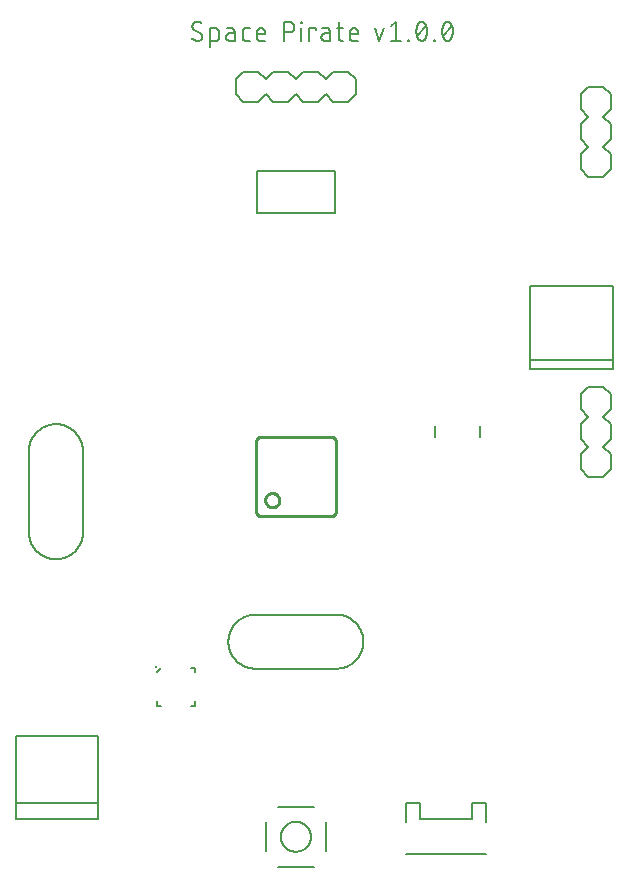
<source format=gto>
G04 EAGLE Gerber RS-274X export*
G75*
%MOMM*%
%FSLAX34Y34*%
%LPD*%
%INTop Silkscreen*%
%IPPOS*%
%AMOC8*
5,1,8,0,0,1.08239X$1,22.5*%
G01*
%ADD10C,0.152400*%
%ADD11C,0.127000*%
%ADD12C,0.254000*%
%ADD13C,0.203200*%
%ADD14C,0.304800*%


D10*
X399881Y762762D02*
X399999Y762764D01*
X400117Y762770D01*
X400235Y762779D01*
X400352Y762793D01*
X400469Y762810D01*
X400586Y762831D01*
X400701Y762856D01*
X400816Y762885D01*
X400930Y762918D01*
X401042Y762954D01*
X401153Y762994D01*
X401263Y763037D01*
X401372Y763084D01*
X401479Y763134D01*
X401584Y763189D01*
X401687Y763246D01*
X401788Y763307D01*
X401888Y763371D01*
X401985Y763438D01*
X402080Y763508D01*
X402172Y763582D01*
X402263Y763658D01*
X402350Y763738D01*
X402435Y763820D01*
X402517Y763905D01*
X402597Y763992D01*
X402673Y764083D01*
X402747Y764175D01*
X402817Y764270D01*
X402884Y764367D01*
X402948Y764467D01*
X403009Y764568D01*
X403066Y764671D01*
X403121Y764776D01*
X403171Y764883D01*
X403218Y764992D01*
X403261Y765102D01*
X403301Y765213D01*
X403337Y765325D01*
X403370Y765439D01*
X403399Y765554D01*
X403424Y765669D01*
X403445Y765786D01*
X403462Y765903D01*
X403476Y766020D01*
X403485Y766138D01*
X403491Y766256D01*
X403493Y766374D01*
X399881Y762762D02*
X399698Y762764D01*
X399516Y762771D01*
X399334Y762782D01*
X399152Y762797D01*
X398970Y762817D01*
X398789Y762840D01*
X398609Y762869D01*
X398429Y762901D01*
X398250Y762938D01*
X398073Y762979D01*
X397896Y763025D01*
X397720Y763074D01*
X397546Y763128D01*
X397372Y763186D01*
X397201Y763248D01*
X397031Y763314D01*
X396862Y763385D01*
X396695Y763459D01*
X396530Y763537D01*
X396367Y763619D01*
X396206Y763705D01*
X396047Y763795D01*
X395890Y763889D01*
X395736Y763986D01*
X395584Y764087D01*
X395434Y764192D01*
X395287Y764300D01*
X395143Y764411D01*
X395001Y764526D01*
X394862Y764645D01*
X394726Y764767D01*
X394593Y764892D01*
X394463Y765020D01*
X394914Y775406D02*
X394916Y775524D01*
X394922Y775642D01*
X394931Y775760D01*
X394945Y775877D01*
X394962Y775994D01*
X394983Y776111D01*
X395008Y776226D01*
X395037Y776341D01*
X395070Y776455D01*
X395106Y776567D01*
X395146Y776678D01*
X395189Y776788D01*
X395236Y776897D01*
X395286Y777004D01*
X395341Y777109D01*
X395398Y777212D01*
X395459Y777313D01*
X395523Y777413D01*
X395590Y777510D01*
X395660Y777605D01*
X395734Y777697D01*
X395810Y777788D01*
X395890Y777875D01*
X395972Y777960D01*
X396057Y778042D01*
X396144Y778122D01*
X396235Y778198D01*
X396327Y778272D01*
X396422Y778342D01*
X396519Y778409D01*
X396619Y778473D01*
X396720Y778534D01*
X396823Y778592D01*
X396928Y778646D01*
X397035Y778696D01*
X397144Y778743D01*
X397254Y778787D01*
X397365Y778826D01*
X397478Y778862D01*
X397591Y778895D01*
X397706Y778924D01*
X397821Y778949D01*
X397938Y778970D01*
X398055Y778987D01*
X398172Y779001D01*
X398290Y779010D01*
X398408Y779016D01*
X398526Y779018D01*
X398687Y779016D01*
X398849Y779010D01*
X399010Y779001D01*
X399171Y778987D01*
X399331Y778970D01*
X399491Y778949D01*
X399651Y778924D01*
X399810Y778895D01*
X399968Y778863D01*
X400125Y778827D01*
X400281Y778787D01*
X400437Y778743D01*
X400591Y778695D01*
X400744Y778644D01*
X400896Y778590D01*
X401047Y778531D01*
X401196Y778470D01*
X401343Y778404D01*
X401489Y778335D01*
X401634Y778263D01*
X401776Y778187D01*
X401917Y778108D01*
X402056Y778026D01*
X402192Y777940D01*
X402327Y777851D01*
X402460Y777759D01*
X402590Y777663D01*
X396719Y772245D02*
X396618Y772307D01*
X396518Y772372D01*
X396421Y772441D01*
X396326Y772513D01*
X396233Y772587D01*
X396143Y772665D01*
X396055Y772746D01*
X395970Y772829D01*
X395888Y772915D01*
X395809Y773004D01*
X395732Y773095D01*
X395659Y773189D01*
X395588Y773285D01*
X395521Y773383D01*
X395457Y773483D01*
X395396Y773586D01*
X395339Y773690D01*
X395285Y773796D01*
X395235Y773904D01*
X395188Y774013D01*
X395144Y774124D01*
X395104Y774236D01*
X395068Y774350D01*
X395036Y774464D01*
X395007Y774580D01*
X394982Y774696D01*
X394961Y774813D01*
X394944Y774931D01*
X394930Y775049D01*
X394921Y775168D01*
X394915Y775287D01*
X394913Y775406D01*
X401687Y769535D02*
X401788Y769473D01*
X401888Y769408D01*
X401985Y769339D01*
X402080Y769267D01*
X402173Y769193D01*
X402263Y769115D01*
X402351Y769034D01*
X402436Y768951D01*
X402518Y768865D01*
X402597Y768776D01*
X402674Y768685D01*
X402747Y768591D01*
X402818Y768495D01*
X402885Y768397D01*
X402949Y768297D01*
X403010Y768194D01*
X403067Y768090D01*
X403121Y767984D01*
X403171Y767876D01*
X403218Y767767D01*
X403262Y767656D01*
X403302Y767544D01*
X403338Y767430D01*
X403370Y767316D01*
X403399Y767200D01*
X403424Y767084D01*
X403445Y766967D01*
X403462Y766849D01*
X403476Y766731D01*
X403485Y766612D01*
X403491Y766493D01*
X403493Y766374D01*
X401687Y769535D02*
X396720Y772245D01*
X410028Y773599D02*
X410028Y757343D01*
X410028Y773599D02*
X414543Y773599D01*
X414647Y773597D01*
X414750Y773591D01*
X414854Y773581D01*
X414957Y773567D01*
X415059Y773549D01*
X415160Y773528D01*
X415261Y773502D01*
X415360Y773473D01*
X415459Y773440D01*
X415556Y773403D01*
X415651Y773362D01*
X415745Y773318D01*
X415837Y773270D01*
X415927Y773219D01*
X416016Y773164D01*
X416102Y773106D01*
X416185Y773044D01*
X416267Y772980D01*
X416345Y772912D01*
X416421Y772842D01*
X416495Y772769D01*
X416565Y772692D01*
X416633Y772614D01*
X416697Y772532D01*
X416759Y772449D01*
X416817Y772363D01*
X416872Y772274D01*
X416923Y772184D01*
X416971Y772092D01*
X417015Y771998D01*
X417056Y771903D01*
X417093Y771806D01*
X417126Y771707D01*
X417155Y771608D01*
X417181Y771507D01*
X417202Y771406D01*
X417220Y771304D01*
X417234Y771201D01*
X417244Y771097D01*
X417250Y770994D01*
X417252Y770890D01*
X417252Y765471D01*
X417250Y765370D01*
X417244Y765269D01*
X417235Y765168D01*
X417222Y765067D01*
X417205Y764967D01*
X417184Y764868D01*
X417160Y764770D01*
X417132Y764673D01*
X417100Y764576D01*
X417065Y764481D01*
X417026Y764388D01*
X416984Y764296D01*
X416938Y764205D01*
X416889Y764117D01*
X416837Y764030D01*
X416781Y763945D01*
X416723Y763862D01*
X416661Y763782D01*
X416596Y763704D01*
X416529Y763628D01*
X416459Y763555D01*
X416386Y763485D01*
X416310Y763418D01*
X416232Y763353D01*
X416152Y763291D01*
X416069Y763233D01*
X415984Y763177D01*
X415898Y763125D01*
X415809Y763076D01*
X415718Y763030D01*
X415626Y762988D01*
X415533Y762949D01*
X415438Y762914D01*
X415341Y762882D01*
X415244Y762854D01*
X415146Y762830D01*
X415047Y762809D01*
X414947Y762792D01*
X414846Y762779D01*
X414745Y762770D01*
X414644Y762764D01*
X414543Y762762D01*
X410028Y762762D01*
X426589Y769084D02*
X430653Y769084D01*
X426589Y769084D02*
X426477Y769082D01*
X426366Y769076D01*
X426255Y769066D01*
X426144Y769053D01*
X426034Y769035D01*
X425925Y769013D01*
X425816Y768988D01*
X425708Y768959D01*
X425602Y768926D01*
X425496Y768889D01*
X425392Y768849D01*
X425290Y768805D01*
X425189Y768757D01*
X425090Y768706D01*
X424992Y768651D01*
X424897Y768593D01*
X424804Y768532D01*
X424713Y768467D01*
X424624Y768399D01*
X424538Y768328D01*
X424455Y768255D01*
X424374Y768178D01*
X424295Y768098D01*
X424220Y768016D01*
X424148Y767931D01*
X424078Y767844D01*
X424012Y767754D01*
X423949Y767662D01*
X423889Y767567D01*
X423833Y767471D01*
X423780Y767373D01*
X423731Y767273D01*
X423685Y767171D01*
X423643Y767068D01*
X423604Y766963D01*
X423569Y766857D01*
X423538Y766750D01*
X423511Y766642D01*
X423487Y766533D01*
X423468Y766423D01*
X423452Y766313D01*
X423440Y766202D01*
X423432Y766090D01*
X423428Y765979D01*
X423428Y765867D01*
X423432Y765756D01*
X423440Y765644D01*
X423452Y765533D01*
X423468Y765423D01*
X423487Y765313D01*
X423511Y765204D01*
X423538Y765096D01*
X423569Y764989D01*
X423604Y764883D01*
X423643Y764778D01*
X423685Y764675D01*
X423731Y764573D01*
X423780Y764473D01*
X423833Y764375D01*
X423889Y764279D01*
X423949Y764184D01*
X424012Y764092D01*
X424078Y764002D01*
X424148Y763915D01*
X424220Y763830D01*
X424295Y763748D01*
X424374Y763668D01*
X424455Y763591D01*
X424538Y763518D01*
X424624Y763447D01*
X424713Y763379D01*
X424804Y763314D01*
X424897Y763253D01*
X424992Y763195D01*
X425090Y763140D01*
X425189Y763089D01*
X425290Y763041D01*
X425392Y762997D01*
X425496Y762957D01*
X425602Y762920D01*
X425708Y762887D01*
X425816Y762858D01*
X425925Y762833D01*
X426034Y762811D01*
X426144Y762793D01*
X426255Y762780D01*
X426366Y762770D01*
X426477Y762764D01*
X426589Y762762D01*
X430653Y762762D01*
X430653Y770890D01*
X430651Y770991D01*
X430645Y771092D01*
X430636Y771193D01*
X430623Y771294D01*
X430606Y771394D01*
X430585Y771493D01*
X430561Y771591D01*
X430533Y771688D01*
X430501Y771785D01*
X430466Y771880D01*
X430427Y771973D01*
X430385Y772065D01*
X430339Y772156D01*
X430290Y772245D01*
X430238Y772331D01*
X430182Y772416D01*
X430124Y772499D01*
X430062Y772579D01*
X429997Y772657D01*
X429930Y772733D01*
X429860Y772806D01*
X429787Y772876D01*
X429711Y772943D01*
X429633Y773008D01*
X429553Y773070D01*
X429470Y773128D01*
X429385Y773184D01*
X429299Y773236D01*
X429210Y773285D01*
X429119Y773331D01*
X429027Y773373D01*
X428934Y773412D01*
X428839Y773447D01*
X428742Y773479D01*
X428645Y773507D01*
X428547Y773531D01*
X428448Y773552D01*
X428348Y773569D01*
X428247Y773582D01*
X428146Y773591D01*
X428045Y773597D01*
X427944Y773599D01*
X424331Y773599D01*
X440296Y762762D02*
X443909Y762762D01*
X440296Y762762D02*
X440195Y762764D01*
X440094Y762770D01*
X439993Y762779D01*
X439892Y762792D01*
X439792Y762809D01*
X439693Y762830D01*
X439595Y762854D01*
X439498Y762882D01*
X439401Y762914D01*
X439306Y762949D01*
X439213Y762988D01*
X439121Y763030D01*
X439030Y763076D01*
X438942Y763125D01*
X438855Y763177D01*
X438770Y763233D01*
X438687Y763291D01*
X438607Y763353D01*
X438529Y763418D01*
X438453Y763485D01*
X438380Y763555D01*
X438310Y763628D01*
X438243Y763704D01*
X438178Y763782D01*
X438116Y763862D01*
X438058Y763945D01*
X438002Y764030D01*
X437950Y764117D01*
X437901Y764205D01*
X437855Y764296D01*
X437813Y764388D01*
X437774Y764481D01*
X437739Y764576D01*
X437707Y764673D01*
X437679Y764770D01*
X437655Y764868D01*
X437634Y764967D01*
X437617Y765067D01*
X437604Y765168D01*
X437595Y765269D01*
X437589Y765370D01*
X437587Y765471D01*
X437587Y770890D01*
X437589Y770991D01*
X437595Y771092D01*
X437604Y771193D01*
X437617Y771294D01*
X437634Y771394D01*
X437655Y771493D01*
X437679Y771591D01*
X437707Y771688D01*
X437739Y771785D01*
X437774Y771880D01*
X437813Y771973D01*
X437855Y772065D01*
X437901Y772156D01*
X437950Y772245D01*
X438002Y772331D01*
X438058Y772416D01*
X438116Y772499D01*
X438178Y772579D01*
X438243Y772657D01*
X438310Y772733D01*
X438380Y772806D01*
X438453Y772876D01*
X438529Y772943D01*
X438607Y773008D01*
X438687Y773070D01*
X438770Y773128D01*
X438855Y773184D01*
X438942Y773236D01*
X439030Y773285D01*
X439121Y773331D01*
X439213Y773373D01*
X439306Y773412D01*
X439401Y773447D01*
X439498Y773479D01*
X439595Y773507D01*
X439693Y773531D01*
X439792Y773552D01*
X439892Y773569D01*
X439993Y773582D01*
X440094Y773591D01*
X440195Y773597D01*
X440296Y773599D01*
X443909Y773599D01*
X452263Y762762D02*
X456778Y762762D01*
X452263Y762762D02*
X452162Y762764D01*
X452061Y762770D01*
X451960Y762779D01*
X451859Y762792D01*
X451759Y762809D01*
X451660Y762830D01*
X451562Y762854D01*
X451465Y762882D01*
X451368Y762914D01*
X451273Y762949D01*
X451180Y762988D01*
X451088Y763030D01*
X450997Y763076D01*
X450909Y763125D01*
X450822Y763177D01*
X450737Y763233D01*
X450654Y763291D01*
X450574Y763353D01*
X450496Y763418D01*
X450420Y763485D01*
X450347Y763555D01*
X450277Y763628D01*
X450210Y763704D01*
X450145Y763782D01*
X450083Y763862D01*
X450025Y763945D01*
X449969Y764030D01*
X449917Y764117D01*
X449868Y764205D01*
X449822Y764296D01*
X449780Y764388D01*
X449741Y764481D01*
X449706Y764576D01*
X449674Y764673D01*
X449646Y764770D01*
X449622Y764868D01*
X449601Y764967D01*
X449584Y765067D01*
X449571Y765168D01*
X449562Y765269D01*
X449556Y765370D01*
X449554Y765471D01*
X449553Y765471D02*
X449553Y769987D01*
X449554Y769987D02*
X449556Y770106D01*
X449562Y770226D01*
X449572Y770345D01*
X449586Y770463D01*
X449603Y770582D01*
X449625Y770699D01*
X449650Y770816D01*
X449680Y770931D01*
X449713Y771046D01*
X449750Y771160D01*
X449790Y771272D01*
X449835Y771383D01*
X449883Y771492D01*
X449934Y771600D01*
X449989Y771706D01*
X450048Y771810D01*
X450110Y771912D01*
X450175Y772012D01*
X450244Y772110D01*
X450316Y772206D01*
X450391Y772299D01*
X450468Y772389D01*
X450549Y772477D01*
X450633Y772562D01*
X450720Y772644D01*
X450809Y772724D01*
X450901Y772800D01*
X450995Y772874D01*
X451092Y772944D01*
X451190Y773011D01*
X451291Y773075D01*
X451395Y773135D01*
X451500Y773192D01*
X451607Y773245D01*
X451715Y773295D01*
X451825Y773341D01*
X451937Y773383D01*
X452050Y773422D01*
X452164Y773457D01*
X452279Y773488D01*
X452396Y773516D01*
X452513Y773539D01*
X452630Y773559D01*
X452749Y773575D01*
X452868Y773587D01*
X452987Y773595D01*
X453106Y773599D01*
X453226Y773599D01*
X453345Y773595D01*
X453464Y773587D01*
X453583Y773575D01*
X453702Y773559D01*
X453819Y773539D01*
X453936Y773516D01*
X454053Y773488D01*
X454168Y773457D01*
X454282Y773422D01*
X454395Y773383D01*
X454507Y773341D01*
X454617Y773295D01*
X454725Y773245D01*
X454832Y773192D01*
X454937Y773135D01*
X455041Y773075D01*
X455142Y773011D01*
X455240Y772944D01*
X455337Y772874D01*
X455431Y772800D01*
X455523Y772724D01*
X455612Y772644D01*
X455699Y772562D01*
X455783Y772477D01*
X455864Y772389D01*
X455941Y772299D01*
X456016Y772206D01*
X456088Y772110D01*
X456157Y772012D01*
X456222Y771912D01*
X456284Y771810D01*
X456343Y771706D01*
X456398Y771600D01*
X456449Y771492D01*
X456497Y771383D01*
X456542Y771272D01*
X456582Y771160D01*
X456619Y771046D01*
X456652Y770931D01*
X456682Y770816D01*
X456707Y770699D01*
X456729Y770582D01*
X456746Y770463D01*
X456760Y770345D01*
X456770Y770226D01*
X456776Y770106D01*
X456778Y769987D01*
X456778Y768181D01*
X449553Y768181D01*
X472308Y762762D02*
X472308Y779018D01*
X476824Y779018D01*
X476957Y779016D01*
X477089Y779010D01*
X477221Y779000D01*
X477353Y778987D01*
X477485Y778969D01*
X477615Y778948D01*
X477746Y778923D01*
X477875Y778894D01*
X478003Y778861D01*
X478131Y778825D01*
X478257Y778785D01*
X478382Y778741D01*
X478506Y778693D01*
X478628Y778642D01*
X478749Y778587D01*
X478868Y778529D01*
X478986Y778467D01*
X479101Y778402D01*
X479215Y778333D01*
X479326Y778262D01*
X479435Y778186D01*
X479542Y778108D01*
X479647Y778027D01*
X479749Y777942D01*
X479849Y777855D01*
X479946Y777765D01*
X480041Y777672D01*
X480132Y777576D01*
X480221Y777478D01*
X480307Y777377D01*
X480390Y777273D01*
X480470Y777167D01*
X480546Y777059D01*
X480620Y776949D01*
X480690Y776836D01*
X480757Y776722D01*
X480820Y776605D01*
X480880Y776487D01*
X480937Y776367D01*
X480990Y776245D01*
X481039Y776122D01*
X481085Y775998D01*
X481127Y775872D01*
X481165Y775745D01*
X481200Y775617D01*
X481231Y775488D01*
X481258Y775359D01*
X481281Y775228D01*
X481301Y775097D01*
X481316Y774965D01*
X481328Y774833D01*
X481336Y774701D01*
X481340Y774568D01*
X481340Y774436D01*
X481336Y774303D01*
X481328Y774171D01*
X481316Y774039D01*
X481301Y773907D01*
X481281Y773776D01*
X481258Y773645D01*
X481231Y773516D01*
X481200Y773387D01*
X481165Y773259D01*
X481127Y773132D01*
X481085Y773006D01*
X481039Y772882D01*
X480990Y772759D01*
X480937Y772637D01*
X480880Y772517D01*
X480820Y772399D01*
X480757Y772282D01*
X480690Y772168D01*
X480620Y772055D01*
X480546Y771945D01*
X480470Y771837D01*
X480390Y771731D01*
X480307Y771627D01*
X480221Y771526D01*
X480132Y771428D01*
X480041Y771332D01*
X479946Y771239D01*
X479849Y771149D01*
X479749Y771062D01*
X479647Y770977D01*
X479542Y770896D01*
X479435Y770818D01*
X479326Y770742D01*
X479215Y770671D01*
X479101Y770602D01*
X478986Y770537D01*
X478868Y770475D01*
X478749Y770417D01*
X478628Y770362D01*
X478506Y770311D01*
X478382Y770263D01*
X478257Y770219D01*
X478131Y770179D01*
X478003Y770143D01*
X477875Y770110D01*
X477746Y770081D01*
X477615Y770056D01*
X477485Y770035D01*
X477353Y770017D01*
X477221Y770004D01*
X477089Y769994D01*
X476957Y769988D01*
X476824Y769986D01*
X476824Y769987D02*
X472308Y769987D01*
X487033Y773599D02*
X487033Y762762D01*
X486582Y778115D02*
X486582Y779018D01*
X487485Y779018D01*
X487485Y778115D01*
X486582Y778115D01*
X493927Y773599D02*
X493927Y762762D01*
X493927Y773599D02*
X499345Y773599D01*
X499345Y771793D01*
X507350Y769084D02*
X511414Y769084D01*
X507350Y769084D02*
X507238Y769082D01*
X507127Y769076D01*
X507016Y769066D01*
X506905Y769053D01*
X506795Y769035D01*
X506686Y769013D01*
X506577Y768988D01*
X506469Y768959D01*
X506363Y768926D01*
X506257Y768889D01*
X506153Y768849D01*
X506051Y768805D01*
X505950Y768757D01*
X505851Y768706D01*
X505753Y768651D01*
X505658Y768593D01*
X505565Y768532D01*
X505474Y768467D01*
X505385Y768399D01*
X505299Y768328D01*
X505216Y768255D01*
X505135Y768178D01*
X505056Y768098D01*
X504981Y768016D01*
X504909Y767931D01*
X504839Y767844D01*
X504773Y767754D01*
X504710Y767662D01*
X504650Y767567D01*
X504594Y767471D01*
X504541Y767373D01*
X504492Y767273D01*
X504446Y767171D01*
X504404Y767068D01*
X504365Y766963D01*
X504330Y766857D01*
X504299Y766750D01*
X504272Y766642D01*
X504248Y766533D01*
X504229Y766423D01*
X504213Y766313D01*
X504201Y766202D01*
X504193Y766090D01*
X504189Y765979D01*
X504189Y765867D01*
X504193Y765756D01*
X504201Y765644D01*
X504213Y765533D01*
X504229Y765423D01*
X504248Y765313D01*
X504272Y765204D01*
X504299Y765096D01*
X504330Y764989D01*
X504365Y764883D01*
X504404Y764778D01*
X504446Y764675D01*
X504492Y764573D01*
X504541Y764473D01*
X504594Y764375D01*
X504650Y764279D01*
X504710Y764184D01*
X504773Y764092D01*
X504839Y764002D01*
X504909Y763915D01*
X504981Y763830D01*
X505056Y763748D01*
X505135Y763668D01*
X505216Y763591D01*
X505299Y763518D01*
X505385Y763447D01*
X505474Y763379D01*
X505565Y763314D01*
X505658Y763253D01*
X505753Y763195D01*
X505851Y763140D01*
X505950Y763089D01*
X506051Y763041D01*
X506153Y762997D01*
X506257Y762957D01*
X506363Y762920D01*
X506469Y762887D01*
X506577Y762858D01*
X506686Y762833D01*
X506795Y762811D01*
X506905Y762793D01*
X507016Y762780D01*
X507127Y762770D01*
X507238Y762764D01*
X507350Y762762D01*
X511414Y762762D01*
X511414Y770890D01*
X511412Y770991D01*
X511406Y771092D01*
X511397Y771193D01*
X511384Y771294D01*
X511367Y771394D01*
X511346Y771493D01*
X511322Y771591D01*
X511294Y771688D01*
X511262Y771785D01*
X511227Y771880D01*
X511188Y771973D01*
X511146Y772065D01*
X511100Y772156D01*
X511051Y772245D01*
X510999Y772331D01*
X510943Y772416D01*
X510885Y772499D01*
X510823Y772579D01*
X510758Y772657D01*
X510691Y772733D01*
X510621Y772806D01*
X510548Y772876D01*
X510472Y772943D01*
X510394Y773008D01*
X510314Y773070D01*
X510231Y773128D01*
X510146Y773184D01*
X510060Y773236D01*
X509971Y773285D01*
X509880Y773331D01*
X509788Y773373D01*
X509695Y773412D01*
X509600Y773447D01*
X509503Y773479D01*
X509406Y773507D01*
X509308Y773531D01*
X509209Y773552D01*
X509109Y773569D01*
X509008Y773582D01*
X508907Y773591D01*
X508806Y773597D01*
X508705Y773599D01*
X505092Y773599D01*
X517033Y773599D02*
X522452Y773599D01*
X518840Y779018D02*
X518840Y765471D01*
X518842Y765370D01*
X518848Y765269D01*
X518857Y765168D01*
X518870Y765067D01*
X518887Y764967D01*
X518908Y764868D01*
X518932Y764770D01*
X518960Y764673D01*
X518992Y764576D01*
X519027Y764481D01*
X519066Y764388D01*
X519108Y764296D01*
X519154Y764205D01*
X519203Y764117D01*
X519255Y764030D01*
X519311Y763945D01*
X519369Y763862D01*
X519431Y763782D01*
X519496Y763704D01*
X519563Y763628D01*
X519633Y763555D01*
X519706Y763485D01*
X519782Y763418D01*
X519860Y763353D01*
X519940Y763291D01*
X520023Y763233D01*
X520108Y763177D01*
X520195Y763125D01*
X520283Y763076D01*
X520374Y763030D01*
X520466Y762988D01*
X520559Y762949D01*
X520654Y762914D01*
X520751Y762882D01*
X520848Y762854D01*
X520946Y762830D01*
X521045Y762809D01*
X521145Y762792D01*
X521246Y762779D01*
X521347Y762770D01*
X521448Y762764D01*
X521549Y762762D01*
X522452Y762762D01*
X530940Y762762D02*
X535455Y762762D01*
X530940Y762762D02*
X530839Y762764D01*
X530738Y762770D01*
X530637Y762779D01*
X530536Y762792D01*
X530436Y762809D01*
X530337Y762830D01*
X530239Y762854D01*
X530142Y762882D01*
X530045Y762914D01*
X529950Y762949D01*
X529857Y762988D01*
X529765Y763030D01*
X529674Y763076D01*
X529586Y763125D01*
X529499Y763177D01*
X529414Y763233D01*
X529331Y763291D01*
X529251Y763353D01*
X529173Y763418D01*
X529097Y763485D01*
X529024Y763555D01*
X528954Y763628D01*
X528887Y763704D01*
X528822Y763782D01*
X528760Y763862D01*
X528702Y763945D01*
X528646Y764030D01*
X528594Y764117D01*
X528545Y764205D01*
X528499Y764296D01*
X528457Y764388D01*
X528418Y764481D01*
X528383Y764576D01*
X528351Y764673D01*
X528323Y764770D01*
X528299Y764868D01*
X528278Y764967D01*
X528261Y765067D01*
X528248Y765168D01*
X528239Y765269D01*
X528233Y765370D01*
X528231Y765471D01*
X528230Y765471D02*
X528230Y769987D01*
X528231Y769987D02*
X528233Y770106D01*
X528239Y770226D01*
X528249Y770345D01*
X528263Y770463D01*
X528280Y770582D01*
X528302Y770699D01*
X528327Y770816D01*
X528357Y770931D01*
X528390Y771046D01*
X528427Y771160D01*
X528467Y771272D01*
X528512Y771383D01*
X528560Y771492D01*
X528611Y771600D01*
X528666Y771706D01*
X528725Y771810D01*
X528787Y771912D01*
X528852Y772012D01*
X528921Y772110D01*
X528993Y772206D01*
X529068Y772299D01*
X529145Y772389D01*
X529226Y772477D01*
X529310Y772562D01*
X529397Y772644D01*
X529486Y772724D01*
X529578Y772800D01*
X529672Y772874D01*
X529769Y772944D01*
X529867Y773011D01*
X529968Y773075D01*
X530072Y773135D01*
X530177Y773192D01*
X530284Y773245D01*
X530392Y773295D01*
X530502Y773341D01*
X530614Y773383D01*
X530727Y773422D01*
X530841Y773457D01*
X530956Y773488D01*
X531073Y773516D01*
X531190Y773539D01*
X531307Y773559D01*
X531426Y773575D01*
X531545Y773587D01*
X531664Y773595D01*
X531783Y773599D01*
X531903Y773599D01*
X532022Y773595D01*
X532141Y773587D01*
X532260Y773575D01*
X532379Y773559D01*
X532496Y773539D01*
X532613Y773516D01*
X532730Y773488D01*
X532845Y773457D01*
X532959Y773422D01*
X533072Y773383D01*
X533184Y773341D01*
X533294Y773295D01*
X533402Y773245D01*
X533509Y773192D01*
X533614Y773135D01*
X533718Y773075D01*
X533819Y773011D01*
X533917Y772944D01*
X534014Y772874D01*
X534108Y772800D01*
X534200Y772724D01*
X534289Y772644D01*
X534376Y772562D01*
X534460Y772477D01*
X534541Y772389D01*
X534618Y772299D01*
X534693Y772206D01*
X534765Y772110D01*
X534834Y772012D01*
X534899Y771912D01*
X534961Y771810D01*
X535020Y771706D01*
X535075Y771600D01*
X535126Y771492D01*
X535174Y771383D01*
X535219Y771272D01*
X535259Y771160D01*
X535296Y771046D01*
X535329Y770931D01*
X535359Y770816D01*
X535384Y770699D01*
X535406Y770582D01*
X535423Y770463D01*
X535437Y770345D01*
X535447Y770226D01*
X535453Y770106D01*
X535455Y769987D01*
X535455Y768181D01*
X528230Y768181D01*
X549593Y773599D02*
X553206Y762762D01*
X556818Y773599D01*
X562758Y775406D02*
X567274Y779018D01*
X567274Y762762D01*
X571789Y762762D02*
X562758Y762762D01*
X577764Y762762D02*
X577764Y763665D01*
X578667Y763665D01*
X578667Y762762D01*
X577764Y762762D01*
X584642Y770890D02*
X584646Y771210D01*
X584657Y771529D01*
X584676Y771849D01*
X584703Y772167D01*
X584737Y772485D01*
X584779Y772802D01*
X584829Y773118D01*
X584886Y773433D01*
X584950Y773746D01*
X585022Y774058D01*
X585101Y774368D01*
X585188Y774675D01*
X585282Y774981D01*
X585383Y775284D01*
X585492Y775585D01*
X585607Y775883D01*
X585730Y776179D01*
X585860Y776471D01*
X585997Y776760D01*
X585996Y776761D02*
X586035Y776869D01*
X586078Y776976D01*
X586124Y777081D01*
X586175Y777185D01*
X586228Y777287D01*
X586285Y777387D01*
X586346Y777485D01*
X586410Y777580D01*
X586477Y777674D01*
X586548Y777765D01*
X586621Y777854D01*
X586698Y777940D01*
X586777Y778023D01*
X586859Y778104D01*
X586944Y778182D01*
X587032Y778256D01*
X587122Y778328D01*
X587214Y778396D01*
X587309Y778462D01*
X587406Y778524D01*
X587505Y778582D01*
X587607Y778638D01*
X587709Y778689D01*
X587814Y778737D01*
X587920Y778782D01*
X588028Y778823D01*
X588137Y778860D01*
X588247Y778893D01*
X588359Y778922D01*
X588471Y778948D01*
X588584Y778970D01*
X588698Y778987D01*
X588812Y779001D01*
X588927Y779011D01*
X589042Y779017D01*
X589157Y779019D01*
X589157Y779018D02*
X589272Y779016D01*
X589387Y779010D01*
X589502Y779000D01*
X589616Y778986D01*
X589730Y778969D01*
X589843Y778947D01*
X589955Y778921D01*
X590067Y778892D01*
X590177Y778859D01*
X590286Y778822D01*
X590394Y778781D01*
X590500Y778736D01*
X590605Y778688D01*
X590707Y778637D01*
X590808Y778581D01*
X590908Y778523D01*
X591005Y778461D01*
X591099Y778396D01*
X591192Y778327D01*
X591282Y778255D01*
X591370Y778181D01*
X591455Y778103D01*
X591537Y778022D01*
X591616Y777939D01*
X591693Y777853D01*
X591766Y777764D01*
X591837Y777673D01*
X591904Y777579D01*
X591968Y777484D01*
X592029Y777386D01*
X592086Y777286D01*
X592139Y777184D01*
X592190Y777080D01*
X592236Y776975D01*
X592279Y776868D01*
X592318Y776760D01*
X592455Y776471D01*
X592585Y776179D01*
X592708Y775883D01*
X592823Y775585D01*
X592932Y775284D01*
X593033Y774981D01*
X593127Y774675D01*
X593214Y774368D01*
X593293Y774058D01*
X593365Y773746D01*
X593429Y773433D01*
X593486Y773118D01*
X593536Y772802D01*
X593578Y772485D01*
X593612Y772167D01*
X593639Y771849D01*
X593658Y771529D01*
X593669Y771210D01*
X593673Y770890D01*
X584642Y770890D02*
X584646Y770570D01*
X584657Y770251D01*
X584676Y769931D01*
X584703Y769613D01*
X584737Y769295D01*
X584779Y768978D01*
X584829Y768662D01*
X584886Y768347D01*
X584950Y768034D01*
X585022Y767722D01*
X585101Y767412D01*
X585188Y767105D01*
X585282Y766799D01*
X585383Y766496D01*
X585492Y766195D01*
X585607Y765897D01*
X585730Y765601D01*
X585860Y765309D01*
X585997Y765020D01*
X585996Y765020D02*
X586035Y764912D01*
X586078Y764805D01*
X586124Y764700D01*
X586175Y764596D01*
X586228Y764494D01*
X586285Y764394D01*
X586346Y764296D01*
X586410Y764201D01*
X586477Y764107D01*
X586548Y764016D01*
X586621Y763927D01*
X586698Y763841D01*
X586777Y763758D01*
X586859Y763677D01*
X586944Y763599D01*
X587032Y763525D01*
X587122Y763453D01*
X587215Y763384D01*
X587309Y763319D01*
X587406Y763257D01*
X587506Y763199D01*
X587607Y763143D01*
X587709Y763092D01*
X587814Y763044D01*
X587920Y762999D01*
X588028Y762958D01*
X588137Y762921D01*
X588247Y762888D01*
X588359Y762859D01*
X588471Y762833D01*
X588584Y762811D01*
X588698Y762794D01*
X588812Y762780D01*
X588927Y762770D01*
X589042Y762764D01*
X589157Y762762D01*
X592317Y765020D02*
X592454Y765309D01*
X592584Y765601D01*
X592707Y765897D01*
X592822Y766195D01*
X592931Y766496D01*
X593032Y766799D01*
X593126Y767105D01*
X593213Y767412D01*
X593292Y767722D01*
X593364Y768034D01*
X593428Y768347D01*
X593485Y768662D01*
X593535Y768978D01*
X593577Y769295D01*
X593611Y769613D01*
X593638Y769931D01*
X593657Y770251D01*
X593668Y770570D01*
X593672Y770890D01*
X592318Y765020D02*
X592279Y764912D01*
X592236Y764805D01*
X592190Y764700D01*
X592139Y764596D01*
X592086Y764494D01*
X592029Y764394D01*
X591968Y764296D01*
X591904Y764201D01*
X591837Y764107D01*
X591766Y764016D01*
X591693Y763927D01*
X591616Y763841D01*
X591537Y763758D01*
X591455Y763677D01*
X591370Y763599D01*
X591282Y763525D01*
X591192Y763453D01*
X591099Y763384D01*
X591005Y763319D01*
X590908Y763257D01*
X590808Y763199D01*
X590707Y763143D01*
X590604Y763092D01*
X590500Y763044D01*
X590394Y762999D01*
X590286Y762958D01*
X590177Y762921D01*
X590067Y762888D01*
X589955Y762859D01*
X589843Y762833D01*
X589730Y762811D01*
X589616Y762794D01*
X589502Y762780D01*
X589387Y762770D01*
X589272Y762764D01*
X589157Y762762D01*
X585545Y766374D02*
X592770Y775406D01*
X599648Y763665D02*
X599648Y762762D01*
X599648Y763665D02*
X600551Y763665D01*
X600551Y762762D01*
X599648Y762762D01*
X606526Y770890D02*
X606530Y771210D01*
X606541Y771529D01*
X606560Y771849D01*
X606587Y772167D01*
X606621Y772485D01*
X606663Y772802D01*
X606713Y773118D01*
X606770Y773433D01*
X606834Y773746D01*
X606906Y774058D01*
X606985Y774368D01*
X607072Y774675D01*
X607166Y774981D01*
X607267Y775284D01*
X607376Y775585D01*
X607491Y775883D01*
X607614Y776179D01*
X607744Y776471D01*
X607881Y776760D01*
X607880Y776761D02*
X607919Y776869D01*
X607962Y776976D01*
X608008Y777081D01*
X608059Y777185D01*
X608112Y777287D01*
X608169Y777387D01*
X608230Y777485D01*
X608294Y777580D01*
X608361Y777674D01*
X608432Y777765D01*
X608505Y777854D01*
X608582Y777940D01*
X608661Y778023D01*
X608743Y778104D01*
X608828Y778182D01*
X608916Y778256D01*
X609006Y778328D01*
X609098Y778396D01*
X609193Y778462D01*
X609290Y778524D01*
X609389Y778582D01*
X609491Y778638D01*
X609593Y778689D01*
X609698Y778737D01*
X609804Y778782D01*
X609912Y778823D01*
X610021Y778860D01*
X610131Y778893D01*
X610243Y778922D01*
X610355Y778948D01*
X610468Y778970D01*
X610582Y778987D01*
X610696Y779001D01*
X610811Y779011D01*
X610926Y779017D01*
X611041Y779019D01*
X611041Y779018D02*
X611156Y779016D01*
X611271Y779010D01*
X611386Y779000D01*
X611500Y778986D01*
X611614Y778969D01*
X611727Y778947D01*
X611839Y778921D01*
X611951Y778892D01*
X612061Y778859D01*
X612170Y778822D01*
X612278Y778781D01*
X612384Y778736D01*
X612489Y778688D01*
X612591Y778637D01*
X612692Y778581D01*
X612792Y778523D01*
X612889Y778461D01*
X612983Y778396D01*
X613076Y778327D01*
X613166Y778255D01*
X613254Y778181D01*
X613339Y778103D01*
X613421Y778022D01*
X613500Y777939D01*
X613577Y777853D01*
X613650Y777764D01*
X613721Y777673D01*
X613788Y777579D01*
X613852Y777484D01*
X613913Y777386D01*
X613970Y777286D01*
X614023Y777184D01*
X614074Y777080D01*
X614120Y776975D01*
X614163Y776868D01*
X614202Y776760D01*
X614201Y776760D02*
X614338Y776471D01*
X614468Y776179D01*
X614591Y775883D01*
X614706Y775585D01*
X614815Y775284D01*
X614916Y774981D01*
X615010Y774675D01*
X615097Y774368D01*
X615176Y774058D01*
X615248Y773746D01*
X615312Y773433D01*
X615369Y773118D01*
X615419Y772802D01*
X615461Y772485D01*
X615495Y772167D01*
X615522Y771849D01*
X615541Y771529D01*
X615552Y771210D01*
X615556Y770890D01*
X606526Y770890D02*
X606530Y770570D01*
X606541Y770251D01*
X606560Y769931D01*
X606587Y769613D01*
X606621Y769295D01*
X606663Y768978D01*
X606713Y768662D01*
X606770Y768347D01*
X606834Y768034D01*
X606906Y767722D01*
X606985Y767412D01*
X607072Y767105D01*
X607166Y766799D01*
X607267Y766496D01*
X607376Y766195D01*
X607491Y765897D01*
X607614Y765601D01*
X607744Y765309D01*
X607881Y765020D01*
X607880Y765020D02*
X607919Y764912D01*
X607962Y764805D01*
X608008Y764700D01*
X608059Y764596D01*
X608112Y764494D01*
X608169Y764394D01*
X608230Y764296D01*
X608294Y764201D01*
X608361Y764107D01*
X608432Y764016D01*
X608505Y763927D01*
X608582Y763841D01*
X608661Y763758D01*
X608743Y763677D01*
X608828Y763599D01*
X608916Y763525D01*
X609006Y763453D01*
X609099Y763384D01*
X609193Y763319D01*
X609290Y763257D01*
X609390Y763199D01*
X609491Y763143D01*
X609593Y763092D01*
X609698Y763044D01*
X609804Y762999D01*
X609912Y762958D01*
X610021Y762921D01*
X610131Y762888D01*
X610243Y762859D01*
X610355Y762833D01*
X610468Y762811D01*
X610582Y762794D01*
X610696Y762780D01*
X610811Y762770D01*
X610926Y762764D01*
X611041Y762762D01*
X614201Y765020D02*
X614338Y765309D01*
X614468Y765601D01*
X614591Y765897D01*
X614706Y766195D01*
X614815Y766496D01*
X614916Y766799D01*
X615010Y767105D01*
X615097Y767412D01*
X615176Y767722D01*
X615248Y768034D01*
X615312Y768347D01*
X615369Y768662D01*
X615419Y768978D01*
X615461Y769295D01*
X615495Y769613D01*
X615522Y769931D01*
X615541Y770251D01*
X615552Y770570D01*
X615556Y770890D01*
X614202Y765020D02*
X614163Y764912D01*
X614120Y764805D01*
X614074Y764700D01*
X614023Y764596D01*
X613970Y764494D01*
X613913Y764394D01*
X613852Y764296D01*
X613788Y764201D01*
X613721Y764107D01*
X613650Y764016D01*
X613577Y763927D01*
X613500Y763841D01*
X613421Y763758D01*
X613339Y763677D01*
X613254Y763599D01*
X613166Y763525D01*
X613076Y763453D01*
X612983Y763384D01*
X612889Y763319D01*
X612792Y763257D01*
X612692Y763199D01*
X612591Y763143D01*
X612488Y763092D01*
X612384Y763044D01*
X612278Y762999D01*
X612170Y762958D01*
X612061Y762921D01*
X611951Y762888D01*
X611839Y762859D01*
X611727Y762833D01*
X611614Y762811D01*
X611500Y762794D01*
X611386Y762780D01*
X611271Y762770D01*
X611156Y762764D01*
X611041Y762762D01*
X607429Y766374D02*
X614653Y775406D01*
D11*
X638175Y436563D02*
X638175Y427038D01*
X600075Y427038D02*
X600075Y436563D01*
D12*
X451600Y427450D02*
X448850Y424700D01*
X451600Y427450D02*
X513600Y427450D01*
X516350Y424700D01*
X516350Y362700D01*
X513600Y359950D01*
X451600Y359950D01*
X448850Y362700D01*
X448850Y424700D01*
X456600Y373700D02*
X456602Y373854D01*
X456608Y374009D01*
X456618Y374163D01*
X456632Y374317D01*
X456650Y374470D01*
X456671Y374623D01*
X456697Y374776D01*
X456727Y374927D01*
X456760Y375078D01*
X456798Y375228D01*
X456839Y375377D01*
X456884Y375525D01*
X456933Y375671D01*
X456986Y375817D01*
X457042Y375960D01*
X457102Y376103D01*
X457166Y376243D01*
X457233Y376383D01*
X457304Y376520D01*
X457378Y376655D01*
X457456Y376789D01*
X457537Y376920D01*
X457622Y377049D01*
X457710Y377177D01*
X457801Y377301D01*
X457895Y377424D01*
X457993Y377544D01*
X458093Y377661D01*
X458197Y377776D01*
X458303Y377888D01*
X458412Y377997D01*
X458524Y378103D01*
X458639Y378207D01*
X458756Y378307D01*
X458876Y378405D01*
X458999Y378499D01*
X459123Y378590D01*
X459251Y378678D01*
X459380Y378763D01*
X459511Y378844D01*
X459645Y378922D01*
X459780Y378996D01*
X459917Y379067D01*
X460057Y379134D01*
X460197Y379198D01*
X460340Y379258D01*
X460483Y379314D01*
X460629Y379367D01*
X460775Y379416D01*
X460923Y379461D01*
X461072Y379502D01*
X461222Y379540D01*
X461373Y379573D01*
X461524Y379603D01*
X461677Y379629D01*
X461830Y379650D01*
X461983Y379668D01*
X462137Y379682D01*
X462291Y379692D01*
X462446Y379698D01*
X462600Y379700D01*
X462754Y379698D01*
X462909Y379692D01*
X463063Y379682D01*
X463217Y379668D01*
X463370Y379650D01*
X463523Y379629D01*
X463676Y379603D01*
X463827Y379573D01*
X463978Y379540D01*
X464128Y379502D01*
X464277Y379461D01*
X464425Y379416D01*
X464571Y379367D01*
X464717Y379314D01*
X464860Y379258D01*
X465003Y379198D01*
X465143Y379134D01*
X465283Y379067D01*
X465420Y378996D01*
X465555Y378922D01*
X465689Y378844D01*
X465820Y378763D01*
X465949Y378678D01*
X466077Y378590D01*
X466201Y378499D01*
X466324Y378405D01*
X466444Y378307D01*
X466561Y378207D01*
X466676Y378103D01*
X466788Y377997D01*
X466897Y377888D01*
X467003Y377776D01*
X467107Y377661D01*
X467207Y377544D01*
X467305Y377424D01*
X467399Y377301D01*
X467490Y377177D01*
X467578Y377049D01*
X467663Y376920D01*
X467744Y376789D01*
X467822Y376655D01*
X467896Y376520D01*
X467967Y376383D01*
X468034Y376243D01*
X468098Y376103D01*
X468158Y375960D01*
X468214Y375817D01*
X468267Y375671D01*
X468316Y375525D01*
X468361Y375377D01*
X468402Y375228D01*
X468440Y375078D01*
X468473Y374927D01*
X468503Y374776D01*
X468529Y374623D01*
X468550Y374470D01*
X468568Y374317D01*
X468582Y374163D01*
X468592Y374009D01*
X468598Y373854D01*
X468600Y373700D01*
X468598Y373546D01*
X468592Y373391D01*
X468582Y373237D01*
X468568Y373083D01*
X468550Y372930D01*
X468529Y372777D01*
X468503Y372624D01*
X468473Y372473D01*
X468440Y372322D01*
X468402Y372172D01*
X468361Y372023D01*
X468316Y371875D01*
X468267Y371729D01*
X468214Y371583D01*
X468158Y371440D01*
X468098Y371297D01*
X468034Y371157D01*
X467967Y371017D01*
X467896Y370880D01*
X467822Y370745D01*
X467744Y370611D01*
X467663Y370480D01*
X467578Y370351D01*
X467490Y370223D01*
X467399Y370099D01*
X467305Y369976D01*
X467207Y369856D01*
X467107Y369739D01*
X467003Y369624D01*
X466897Y369512D01*
X466788Y369403D01*
X466676Y369297D01*
X466561Y369193D01*
X466444Y369093D01*
X466324Y368995D01*
X466201Y368901D01*
X466077Y368810D01*
X465949Y368722D01*
X465820Y368637D01*
X465689Y368556D01*
X465555Y368478D01*
X465420Y368404D01*
X465283Y368333D01*
X465143Y368266D01*
X465003Y368202D01*
X464860Y368142D01*
X464717Y368086D01*
X464571Y368033D01*
X464425Y367984D01*
X464277Y367939D01*
X464128Y367898D01*
X463978Y367860D01*
X463827Y367827D01*
X463676Y367797D01*
X463523Y367771D01*
X463370Y367750D01*
X463217Y367732D01*
X463063Y367718D01*
X462909Y367708D01*
X462754Y367702D01*
X462600Y367700D01*
X462446Y367702D01*
X462291Y367708D01*
X462137Y367718D01*
X461983Y367732D01*
X461830Y367750D01*
X461677Y367771D01*
X461524Y367797D01*
X461373Y367827D01*
X461222Y367860D01*
X461072Y367898D01*
X460923Y367939D01*
X460775Y367984D01*
X460629Y368033D01*
X460483Y368086D01*
X460340Y368142D01*
X460197Y368202D01*
X460057Y368266D01*
X459917Y368333D01*
X459780Y368404D01*
X459645Y368478D01*
X459511Y368556D01*
X459380Y368637D01*
X459251Y368722D01*
X459123Y368810D01*
X458999Y368901D01*
X458876Y368995D01*
X458756Y369093D01*
X458639Y369193D01*
X458524Y369297D01*
X458412Y369403D01*
X458303Y369512D01*
X458197Y369624D01*
X458093Y369739D01*
X457993Y369856D01*
X457895Y369976D01*
X457801Y370099D01*
X457710Y370223D01*
X457622Y370351D01*
X457537Y370480D01*
X457456Y370611D01*
X457378Y370745D01*
X457304Y370880D01*
X457233Y371017D01*
X457166Y371157D01*
X457102Y371297D01*
X457042Y371440D01*
X456986Y371583D01*
X456933Y371729D01*
X456884Y371875D01*
X456839Y372023D01*
X456798Y372172D01*
X456760Y372322D01*
X456727Y372473D01*
X456697Y372624D01*
X456671Y372777D01*
X456650Y372930D01*
X456632Y373083D01*
X456618Y373237D01*
X456608Y373391D01*
X456602Y373546D01*
X456600Y373700D01*
D13*
X575600Y117400D02*
X575600Y101400D01*
X575600Y117400D02*
X587600Y117400D01*
X631600Y117400D02*
X643600Y117400D01*
X643600Y101400D01*
X643600Y74400D02*
X575600Y74400D01*
X587600Y103400D02*
X587600Y117400D01*
X587600Y103400D02*
X631600Y103400D01*
X631600Y117400D01*
D11*
X245400Y117700D02*
X245400Y173700D01*
X245400Y117700D02*
X245400Y103700D01*
X315400Y103700D01*
X315400Y117700D01*
X315400Y173700D01*
X245400Y173700D01*
X245400Y117700D02*
X315400Y117700D01*
D13*
X681000Y554700D02*
X751000Y554700D01*
X751000Y492700D01*
X751000Y484700D01*
X681000Y484700D01*
X681000Y492700D01*
X681000Y554700D01*
X681000Y492700D02*
X751000Y492700D01*
X527050Y736600D02*
X514350Y736600D01*
X527050Y736600D02*
X533400Y730250D01*
X533400Y717550D02*
X527050Y711200D01*
X488950Y736600D02*
X482600Y730250D01*
X488950Y736600D02*
X501650Y736600D01*
X508000Y730250D01*
X508000Y717550D02*
X501650Y711200D01*
X488950Y711200D01*
X482600Y717550D01*
X508000Y730250D02*
X514350Y736600D01*
X508000Y717550D02*
X514350Y711200D01*
X527050Y711200D01*
X450850Y736600D02*
X438150Y736600D01*
X450850Y736600D02*
X457200Y730250D01*
X457200Y717550D02*
X450850Y711200D01*
X457200Y730250D02*
X463550Y736600D01*
X476250Y736600D01*
X482600Y730250D01*
X482600Y717550D02*
X476250Y711200D01*
X463550Y711200D01*
X457200Y717550D01*
X431800Y717550D02*
X431800Y730250D01*
X438150Y736600D01*
X431800Y717550D02*
X438150Y711200D01*
X450850Y711200D01*
X533400Y717550D02*
X533400Y730250D01*
X368500Y199900D02*
X365000Y199900D01*
X365000Y203400D01*
X393500Y199900D02*
X397000Y199900D01*
X397000Y203400D01*
X397000Y231900D02*
X393500Y231900D01*
X397000Y231900D02*
X397000Y228400D01*
X368500Y231900D02*
X365000Y228400D01*
D14*
X364490Y232410D03*
D13*
X302260Y346710D02*
X302260Y415290D01*
X256540Y415290D02*
X256540Y346710D01*
X256540Y415290D02*
X256547Y415847D01*
X256567Y416403D01*
X256601Y416959D01*
X256648Y417513D01*
X256709Y418067D01*
X256784Y418618D01*
X256871Y419168D01*
X256972Y419716D01*
X257087Y420260D01*
X257215Y420802D01*
X257355Y421341D01*
X257509Y421876D01*
X257676Y422407D01*
X257856Y422934D01*
X258048Y423456D01*
X258254Y423974D01*
X258471Y424486D01*
X258701Y424993D01*
X258944Y425494D01*
X259198Y425989D01*
X259465Y426478D01*
X259743Y426960D01*
X260033Y427435D01*
X260335Y427903D01*
X260648Y428364D01*
X260972Y428817D01*
X261306Y429261D01*
X261652Y429698D01*
X262008Y430126D01*
X262375Y430545D01*
X262751Y430955D01*
X263137Y431356D01*
X263533Y431747D01*
X263939Y432128D01*
X264354Y432500D01*
X264777Y432861D01*
X265209Y433212D01*
X265650Y433552D01*
X266099Y433882D01*
X266555Y434200D01*
X267020Y434507D01*
X267491Y434803D01*
X267970Y435087D01*
X268455Y435360D01*
X268947Y435620D01*
X269446Y435869D01*
X269950Y436105D01*
X270459Y436329D01*
X270974Y436541D01*
X271494Y436739D01*
X272019Y436926D01*
X272548Y437099D01*
X273081Y437259D01*
X273618Y437407D01*
X274158Y437541D01*
X274702Y437662D01*
X275248Y437770D01*
X275796Y437864D01*
X276347Y437945D01*
X276900Y438013D01*
X277454Y438067D01*
X278009Y438108D01*
X278565Y438135D01*
X279122Y438148D01*
X279678Y438148D01*
X280235Y438135D01*
X280791Y438108D01*
X281346Y438067D01*
X281900Y438013D01*
X282453Y437945D01*
X283004Y437864D01*
X283552Y437770D01*
X284098Y437662D01*
X284642Y437541D01*
X285182Y437407D01*
X285719Y437259D01*
X286252Y437099D01*
X286781Y436926D01*
X287306Y436739D01*
X287826Y436541D01*
X288341Y436329D01*
X288850Y436105D01*
X289354Y435869D01*
X289853Y435620D01*
X290345Y435360D01*
X290830Y435087D01*
X291309Y434803D01*
X291780Y434507D01*
X292245Y434200D01*
X292701Y433882D01*
X293150Y433552D01*
X293591Y433212D01*
X294023Y432861D01*
X294446Y432500D01*
X294861Y432128D01*
X295267Y431747D01*
X295663Y431356D01*
X296049Y430955D01*
X296425Y430545D01*
X296792Y430126D01*
X297148Y429698D01*
X297494Y429261D01*
X297828Y428817D01*
X298152Y428364D01*
X298465Y427903D01*
X298767Y427435D01*
X299057Y426960D01*
X299335Y426478D01*
X299602Y425989D01*
X299856Y425494D01*
X300099Y424993D01*
X300329Y424486D01*
X300546Y423974D01*
X300752Y423456D01*
X300944Y422934D01*
X301124Y422407D01*
X301291Y421876D01*
X301445Y421341D01*
X301585Y420802D01*
X301713Y420260D01*
X301828Y419716D01*
X301929Y419168D01*
X302016Y418618D01*
X302091Y418067D01*
X302152Y417513D01*
X302199Y416959D01*
X302233Y416403D01*
X302253Y415847D01*
X302260Y415290D01*
X302260Y346710D02*
X302253Y346153D01*
X302233Y345597D01*
X302199Y345041D01*
X302152Y344487D01*
X302091Y343933D01*
X302016Y343382D01*
X301929Y342832D01*
X301828Y342284D01*
X301713Y341740D01*
X301585Y341198D01*
X301445Y340659D01*
X301291Y340124D01*
X301124Y339593D01*
X300944Y339066D01*
X300752Y338544D01*
X300546Y338026D01*
X300329Y337514D01*
X300099Y337007D01*
X299856Y336506D01*
X299602Y336011D01*
X299335Y335522D01*
X299057Y335040D01*
X298767Y334565D01*
X298465Y334097D01*
X298152Y333636D01*
X297828Y333183D01*
X297494Y332739D01*
X297148Y332302D01*
X296792Y331874D01*
X296425Y331455D01*
X296049Y331045D01*
X295663Y330644D01*
X295267Y330253D01*
X294861Y329872D01*
X294446Y329500D01*
X294023Y329139D01*
X293591Y328788D01*
X293150Y328448D01*
X292701Y328118D01*
X292245Y327800D01*
X291780Y327493D01*
X291309Y327197D01*
X290830Y326913D01*
X290345Y326640D01*
X289853Y326380D01*
X289354Y326131D01*
X288850Y325895D01*
X288341Y325671D01*
X287826Y325459D01*
X287306Y325261D01*
X286781Y325074D01*
X286252Y324901D01*
X285719Y324741D01*
X285182Y324593D01*
X284642Y324459D01*
X284098Y324338D01*
X283552Y324230D01*
X283004Y324136D01*
X282453Y324055D01*
X281900Y323987D01*
X281346Y323933D01*
X280791Y323892D01*
X280235Y323865D01*
X279678Y323852D01*
X279122Y323852D01*
X278565Y323865D01*
X278009Y323892D01*
X277454Y323933D01*
X276900Y323987D01*
X276347Y324055D01*
X275796Y324136D01*
X275248Y324230D01*
X274702Y324338D01*
X274158Y324459D01*
X273618Y324593D01*
X273081Y324741D01*
X272548Y324901D01*
X272019Y325074D01*
X271494Y325261D01*
X270974Y325459D01*
X270459Y325671D01*
X269950Y325895D01*
X269446Y326131D01*
X268947Y326380D01*
X268455Y326640D01*
X267970Y326913D01*
X267491Y327197D01*
X267020Y327493D01*
X266555Y327800D01*
X266099Y328118D01*
X265650Y328448D01*
X265209Y328788D01*
X264777Y329139D01*
X264354Y329500D01*
X263939Y329872D01*
X263533Y330253D01*
X263137Y330644D01*
X262751Y331045D01*
X262375Y331455D01*
X262008Y331874D01*
X261652Y332302D01*
X261306Y332739D01*
X260972Y333183D01*
X260648Y333636D01*
X260335Y334097D01*
X260033Y334565D01*
X259743Y335040D01*
X259465Y335522D01*
X259198Y336011D01*
X258944Y336506D01*
X258701Y337007D01*
X258471Y337514D01*
X258254Y338026D01*
X258048Y338544D01*
X257856Y339066D01*
X257676Y339593D01*
X257509Y340124D01*
X257355Y340659D01*
X257215Y341198D01*
X257087Y341740D01*
X256972Y342284D01*
X256871Y342832D01*
X256784Y343382D01*
X256709Y343933D01*
X256648Y344487D01*
X256601Y345041D01*
X256567Y345597D01*
X256547Y346153D01*
X256540Y346710D01*
X448310Y276860D02*
X516890Y276860D01*
X516890Y231140D02*
X448310Y231140D01*
X447753Y231147D01*
X447197Y231167D01*
X446641Y231201D01*
X446087Y231248D01*
X445533Y231309D01*
X444982Y231384D01*
X444432Y231471D01*
X443884Y231572D01*
X443340Y231687D01*
X442798Y231815D01*
X442259Y231955D01*
X441724Y232109D01*
X441193Y232276D01*
X440666Y232456D01*
X440144Y232648D01*
X439626Y232854D01*
X439114Y233071D01*
X438607Y233301D01*
X438106Y233544D01*
X437611Y233798D01*
X437122Y234065D01*
X436640Y234343D01*
X436165Y234633D01*
X435697Y234935D01*
X435236Y235248D01*
X434783Y235572D01*
X434339Y235906D01*
X433902Y236252D01*
X433474Y236608D01*
X433055Y236975D01*
X432645Y237351D01*
X432244Y237737D01*
X431853Y238133D01*
X431472Y238539D01*
X431100Y238954D01*
X430739Y239377D01*
X430388Y239809D01*
X430048Y240250D01*
X429718Y240699D01*
X429400Y241155D01*
X429093Y241620D01*
X428797Y242091D01*
X428513Y242570D01*
X428240Y243055D01*
X427980Y243547D01*
X427731Y244046D01*
X427495Y244550D01*
X427271Y245059D01*
X427059Y245574D01*
X426861Y246094D01*
X426674Y246619D01*
X426501Y247148D01*
X426341Y247681D01*
X426193Y248218D01*
X426059Y248758D01*
X425938Y249302D01*
X425830Y249848D01*
X425736Y250396D01*
X425655Y250947D01*
X425587Y251500D01*
X425533Y252054D01*
X425492Y252609D01*
X425465Y253165D01*
X425452Y253722D01*
X425452Y254278D01*
X425465Y254835D01*
X425492Y255391D01*
X425533Y255946D01*
X425587Y256500D01*
X425655Y257053D01*
X425736Y257604D01*
X425830Y258152D01*
X425938Y258698D01*
X426059Y259242D01*
X426193Y259782D01*
X426341Y260319D01*
X426501Y260852D01*
X426674Y261381D01*
X426861Y261906D01*
X427059Y262426D01*
X427271Y262941D01*
X427495Y263450D01*
X427731Y263954D01*
X427980Y264453D01*
X428240Y264945D01*
X428513Y265430D01*
X428797Y265909D01*
X429093Y266380D01*
X429400Y266845D01*
X429718Y267301D01*
X430048Y267750D01*
X430388Y268191D01*
X430739Y268623D01*
X431100Y269046D01*
X431472Y269461D01*
X431853Y269867D01*
X432244Y270263D01*
X432645Y270649D01*
X433055Y271025D01*
X433474Y271392D01*
X433902Y271748D01*
X434339Y272094D01*
X434783Y272428D01*
X435236Y272752D01*
X435697Y273065D01*
X436165Y273367D01*
X436640Y273657D01*
X437122Y273935D01*
X437611Y274202D01*
X438106Y274456D01*
X438607Y274699D01*
X439114Y274929D01*
X439626Y275146D01*
X440144Y275352D01*
X440666Y275544D01*
X441193Y275724D01*
X441724Y275891D01*
X442259Y276045D01*
X442798Y276185D01*
X443340Y276313D01*
X443884Y276428D01*
X444432Y276529D01*
X444982Y276616D01*
X445533Y276691D01*
X446087Y276752D01*
X446641Y276799D01*
X447197Y276833D01*
X447753Y276853D01*
X448310Y276860D01*
X516890Y276860D02*
X517447Y276853D01*
X518003Y276833D01*
X518559Y276799D01*
X519113Y276752D01*
X519667Y276691D01*
X520218Y276616D01*
X520768Y276529D01*
X521316Y276428D01*
X521860Y276313D01*
X522402Y276185D01*
X522941Y276045D01*
X523476Y275891D01*
X524007Y275724D01*
X524534Y275544D01*
X525056Y275352D01*
X525574Y275146D01*
X526086Y274929D01*
X526593Y274699D01*
X527094Y274456D01*
X527589Y274202D01*
X528078Y273935D01*
X528560Y273657D01*
X529035Y273367D01*
X529503Y273065D01*
X529964Y272752D01*
X530417Y272428D01*
X530861Y272094D01*
X531298Y271748D01*
X531726Y271392D01*
X532145Y271025D01*
X532555Y270649D01*
X532956Y270263D01*
X533347Y269867D01*
X533728Y269461D01*
X534100Y269046D01*
X534461Y268623D01*
X534812Y268191D01*
X535152Y267750D01*
X535482Y267301D01*
X535800Y266845D01*
X536107Y266380D01*
X536403Y265909D01*
X536687Y265430D01*
X536960Y264945D01*
X537220Y264453D01*
X537469Y263954D01*
X537705Y263450D01*
X537929Y262941D01*
X538141Y262426D01*
X538339Y261906D01*
X538526Y261381D01*
X538699Y260852D01*
X538859Y260319D01*
X539007Y259782D01*
X539141Y259242D01*
X539262Y258698D01*
X539370Y258152D01*
X539464Y257604D01*
X539545Y257053D01*
X539613Y256500D01*
X539667Y255946D01*
X539708Y255391D01*
X539735Y254835D01*
X539748Y254278D01*
X539748Y253722D01*
X539735Y253165D01*
X539708Y252609D01*
X539667Y252054D01*
X539613Y251500D01*
X539545Y250947D01*
X539464Y250396D01*
X539370Y249848D01*
X539262Y249302D01*
X539141Y248758D01*
X539007Y248218D01*
X538859Y247681D01*
X538699Y247148D01*
X538526Y246619D01*
X538339Y246094D01*
X538141Y245574D01*
X537929Y245059D01*
X537705Y244550D01*
X537469Y244046D01*
X537220Y243547D01*
X536960Y243055D01*
X536687Y242570D01*
X536403Y242091D01*
X536107Y241620D01*
X535800Y241155D01*
X535482Y240699D01*
X535152Y240250D01*
X534812Y239809D01*
X534461Y239377D01*
X534100Y238954D01*
X533728Y238539D01*
X533347Y238133D01*
X532956Y237737D01*
X532555Y237351D01*
X532145Y236975D01*
X531726Y236608D01*
X531298Y236252D01*
X530861Y235906D01*
X530417Y235572D01*
X529964Y235248D01*
X529503Y234935D01*
X529035Y234633D01*
X528560Y234343D01*
X528078Y234065D01*
X527589Y233798D01*
X527094Y233544D01*
X526593Y233301D01*
X526086Y233071D01*
X525574Y232854D01*
X525056Y232648D01*
X524534Y232456D01*
X524007Y232276D01*
X523476Y232109D01*
X522941Y231955D01*
X522402Y231815D01*
X521860Y231687D01*
X521316Y231572D01*
X520768Y231471D01*
X520218Y231384D01*
X519667Y231309D01*
X519113Y231248D01*
X518559Y231201D01*
X518003Y231167D01*
X517447Y231147D01*
X516890Y231140D01*
X515370Y617220D02*
X515370Y652780D01*
X515370Y617220D02*
X449830Y617220D01*
X449830Y652780D01*
X515370Y652780D01*
X457200Y101600D02*
X457200Y76500D01*
X467200Y114300D02*
X498000Y114300D01*
X508000Y101300D02*
X508000Y76500D01*
X498000Y63500D02*
X467200Y63500D01*
X469900Y88900D02*
X469904Y89212D01*
X469915Y89523D01*
X469934Y89834D01*
X469961Y90145D01*
X469996Y90455D01*
X470037Y90763D01*
X470087Y91071D01*
X470144Y91378D01*
X470209Y91683D01*
X470281Y91986D01*
X470360Y92287D01*
X470447Y92587D01*
X470541Y92884D01*
X470642Y93179D01*
X470751Y93471D01*
X470867Y93760D01*
X470990Y94047D01*
X471119Y94330D01*
X471256Y94610D01*
X471400Y94887D01*
X471550Y95160D01*
X471707Y95429D01*
X471870Y95694D01*
X472040Y95956D01*
X472217Y96213D01*
X472399Y96465D01*
X472588Y96713D01*
X472783Y96957D01*
X472983Y97195D01*
X473190Y97429D01*
X473402Y97657D01*
X473620Y97880D01*
X473843Y98098D01*
X474071Y98310D01*
X474305Y98517D01*
X474543Y98717D01*
X474787Y98912D01*
X475035Y99101D01*
X475287Y99283D01*
X475544Y99460D01*
X475806Y99630D01*
X476071Y99793D01*
X476340Y99950D01*
X476613Y100100D01*
X476890Y100244D01*
X477170Y100381D01*
X477453Y100510D01*
X477740Y100633D01*
X478029Y100749D01*
X478321Y100858D01*
X478616Y100959D01*
X478913Y101053D01*
X479213Y101140D01*
X479514Y101219D01*
X479817Y101291D01*
X480122Y101356D01*
X480429Y101413D01*
X480737Y101463D01*
X481045Y101504D01*
X481355Y101539D01*
X481666Y101566D01*
X481977Y101585D01*
X482288Y101596D01*
X482600Y101600D01*
X482912Y101596D01*
X483223Y101585D01*
X483534Y101566D01*
X483845Y101539D01*
X484155Y101504D01*
X484463Y101463D01*
X484771Y101413D01*
X485078Y101356D01*
X485383Y101291D01*
X485686Y101219D01*
X485987Y101140D01*
X486287Y101053D01*
X486584Y100959D01*
X486879Y100858D01*
X487171Y100749D01*
X487460Y100633D01*
X487747Y100510D01*
X488030Y100381D01*
X488310Y100244D01*
X488587Y100100D01*
X488860Y99950D01*
X489129Y99793D01*
X489394Y99630D01*
X489656Y99460D01*
X489913Y99283D01*
X490165Y99101D01*
X490413Y98912D01*
X490657Y98717D01*
X490895Y98517D01*
X491129Y98310D01*
X491357Y98098D01*
X491580Y97880D01*
X491798Y97657D01*
X492010Y97429D01*
X492217Y97195D01*
X492417Y96957D01*
X492612Y96713D01*
X492801Y96465D01*
X492983Y96213D01*
X493160Y95956D01*
X493330Y95694D01*
X493493Y95429D01*
X493650Y95160D01*
X493800Y94887D01*
X493944Y94610D01*
X494081Y94330D01*
X494210Y94047D01*
X494333Y93760D01*
X494449Y93471D01*
X494558Y93179D01*
X494659Y92884D01*
X494753Y92587D01*
X494840Y92287D01*
X494919Y91986D01*
X494991Y91683D01*
X495056Y91378D01*
X495113Y91071D01*
X495163Y90763D01*
X495204Y90455D01*
X495239Y90145D01*
X495266Y89834D01*
X495285Y89523D01*
X495296Y89212D01*
X495300Y88900D01*
X495296Y88588D01*
X495285Y88277D01*
X495266Y87966D01*
X495239Y87655D01*
X495204Y87345D01*
X495163Y87037D01*
X495113Y86729D01*
X495056Y86422D01*
X494991Y86117D01*
X494919Y85814D01*
X494840Y85513D01*
X494753Y85213D01*
X494659Y84916D01*
X494558Y84621D01*
X494449Y84329D01*
X494333Y84040D01*
X494210Y83753D01*
X494081Y83470D01*
X493944Y83190D01*
X493800Y82913D01*
X493650Y82640D01*
X493493Y82371D01*
X493330Y82106D01*
X493160Y81844D01*
X492983Y81587D01*
X492801Y81335D01*
X492612Y81087D01*
X492417Y80843D01*
X492217Y80605D01*
X492010Y80371D01*
X491798Y80143D01*
X491580Y79920D01*
X491357Y79702D01*
X491129Y79490D01*
X490895Y79283D01*
X490657Y79083D01*
X490413Y78888D01*
X490165Y78699D01*
X489913Y78517D01*
X489656Y78340D01*
X489394Y78170D01*
X489129Y78007D01*
X488860Y77850D01*
X488587Y77700D01*
X488310Y77556D01*
X488030Y77419D01*
X487747Y77290D01*
X487460Y77167D01*
X487171Y77051D01*
X486879Y76942D01*
X486584Y76841D01*
X486287Y76747D01*
X485987Y76660D01*
X485686Y76581D01*
X485383Y76509D01*
X485078Y76444D01*
X484771Y76387D01*
X484463Y76337D01*
X484155Y76296D01*
X483845Y76261D01*
X483534Y76234D01*
X483223Y76215D01*
X482912Y76204D01*
X482600Y76200D01*
X482288Y76204D01*
X481977Y76215D01*
X481666Y76234D01*
X481355Y76261D01*
X481045Y76296D01*
X480737Y76337D01*
X480429Y76387D01*
X480122Y76444D01*
X479817Y76509D01*
X479514Y76581D01*
X479213Y76660D01*
X478913Y76747D01*
X478616Y76841D01*
X478321Y76942D01*
X478029Y77051D01*
X477740Y77167D01*
X477453Y77290D01*
X477170Y77419D01*
X476890Y77556D01*
X476613Y77700D01*
X476340Y77850D01*
X476071Y78007D01*
X475806Y78170D01*
X475544Y78340D01*
X475287Y78517D01*
X475035Y78699D01*
X474787Y78888D01*
X474543Y79083D01*
X474305Y79283D01*
X474071Y79490D01*
X473843Y79702D01*
X473620Y79920D01*
X473402Y80143D01*
X473190Y80371D01*
X472983Y80605D01*
X472783Y80843D01*
X472588Y81087D01*
X472399Y81335D01*
X472217Y81587D01*
X472040Y81844D01*
X471870Y82106D01*
X471707Y82371D01*
X471550Y82640D01*
X471400Y82913D01*
X471256Y83190D01*
X471119Y83470D01*
X470990Y83753D01*
X470867Y84040D01*
X470751Y84329D01*
X470642Y84621D01*
X470541Y84916D01*
X470447Y85213D01*
X470360Y85513D01*
X470281Y85814D01*
X470209Y86117D01*
X470144Y86422D01*
X470087Y86729D01*
X470037Y87037D01*
X469996Y87345D01*
X469961Y87655D01*
X469934Y87966D01*
X469915Y88277D01*
X469904Y88588D01*
X469900Y88900D01*
X730250Y698500D02*
X723900Y704850D01*
X723900Y717550D01*
X730250Y723900D01*
X742950Y723900D02*
X749300Y717550D01*
X749300Y704850D01*
X742950Y698500D01*
X723900Y666750D02*
X723900Y654050D01*
X723900Y666750D02*
X730250Y673100D01*
X742950Y673100D02*
X749300Y666750D01*
X730250Y673100D02*
X723900Y679450D01*
X723900Y692150D01*
X730250Y698500D01*
X742950Y698500D02*
X749300Y692150D01*
X749300Y679450D01*
X742950Y673100D01*
X742950Y647700D02*
X730250Y647700D01*
X723900Y654050D01*
X742950Y647700D02*
X749300Y654050D01*
X749300Y666750D01*
X742950Y723900D02*
X730250Y723900D01*
X723900Y450850D02*
X730250Y444500D01*
X723900Y450850D02*
X723900Y463550D01*
X730250Y469900D01*
X742950Y469900D02*
X749300Y463550D01*
X749300Y450850D01*
X742950Y444500D01*
X723900Y412750D02*
X723900Y400050D01*
X723900Y412750D02*
X730250Y419100D01*
X742950Y419100D02*
X749300Y412750D01*
X730250Y419100D02*
X723900Y425450D01*
X723900Y438150D01*
X730250Y444500D01*
X742950Y444500D02*
X749300Y438150D01*
X749300Y425450D01*
X742950Y419100D01*
X742950Y393700D02*
X730250Y393700D01*
X723900Y400050D01*
X742950Y393700D02*
X749300Y400050D01*
X749300Y412750D01*
X742950Y469900D02*
X730250Y469900D01*
M02*

</source>
